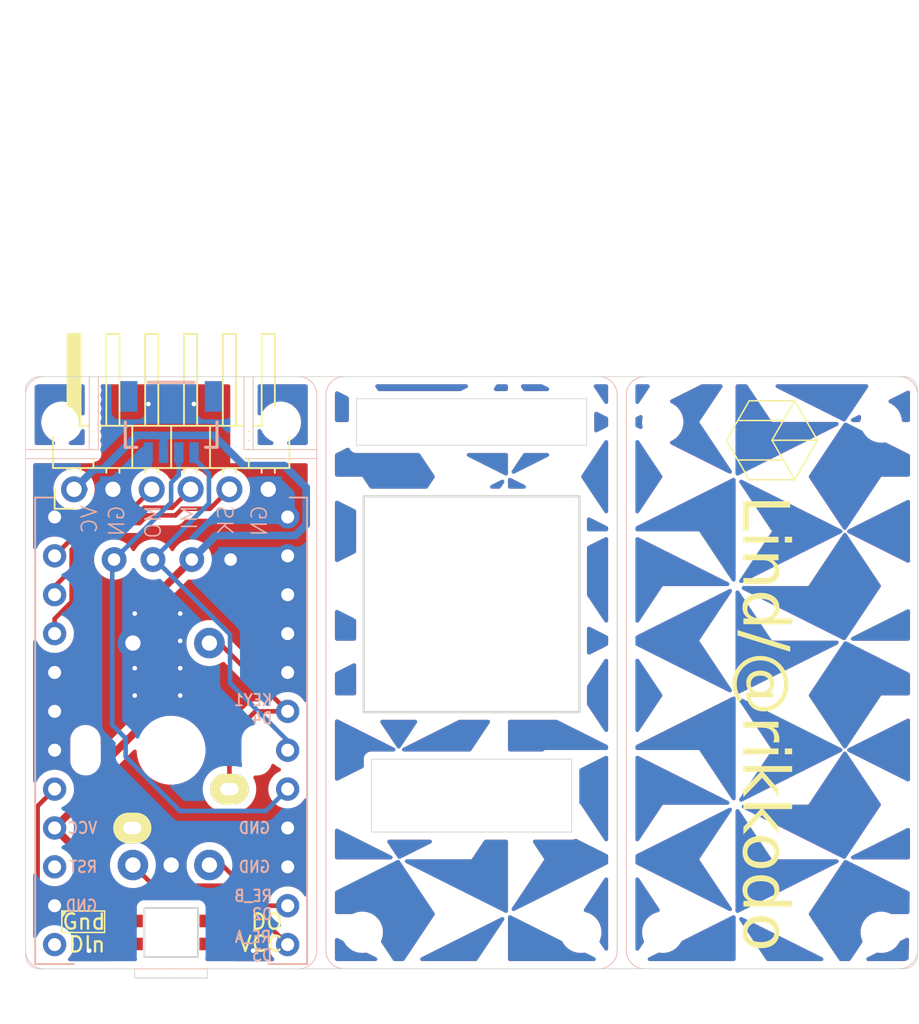
<source format=kicad_pcb>
(kicad_pcb (version 20241229) (generator "pcbnew") (generator_version "9.0")
  (layers (0 "F.Cu" signal) (2 "B.Cu" signal) (13 "F.Paste" user) (15 "B.Paste" user) (5 "F.SilkS" user "F.Silkscreen") (7 "B.SilkS" user "B.Silkscreen") (1 "F.Mask" user) (3 "B.Mask" user) (25 "Edge.Cuts" user))
  (net 0 "")
  (net 1 "SCL")
  (net 2 "SDA")
  (net 3 "LED")
  (net 4 "GND")
  (net 5 "VCC")
  (net 6 "KEY1")
  (net 11 "SCLK")
  (net 12 "MISO")
  (net 13 "MOSI")
  (net 14 "RE_B")
  (net 15 "RE_A")
  (footprint "Rikkodo_FootPrint:rkd_cutdot_no_edgecut_1" (layer "F.Cu") (at 78.283884 58.340576 -90)
    (property "Reference" "REF**" (hide yes))
    (property "Value" "rkd_cutdot_no_edgecut_1" (hide yes))
  )
  (footprint "Connector_PinHeader_2.54mm:PinHeader_1x06_P2.54mm_Horizontal" (layer "F.Cu") (at 76.99375 61.535 90)
    (property "Reference" "J1" (hide yes))
    (property "Value" "Conn_01x06")
  )
  (footprint "kbd_Hole:m2_Screw_Hole" (layer "F.Cu") (at 95.845134 90.476307 180)
    (property "Reference" "Ref**")
    (property "Value" "Val**")
  )
  (footprint "Rikkodo_FootPrint:rkd_cutdot_no_edgecut_1" (layer "F.Cu") (at 74.414 59.233544 180)
    (property "Reference" "REF**" (hide yes))
    (property "Value" "rkd_cutdot_no_edgecut_1" (hide yes))
  )
  (footprint "Rikkodo_FootPrint:rkd_cutdot_no_edgecut_1" (layer "F.Cu") (at 88.403832 55.959328 -90)
    (property "Reference" "REF**" (hide yes))
    (property "Value" "rkd_cutdot_no_edgecut_1" (hide yes))
  )
  (footprint "BrownSugar_KBD:OLED_center_display" (layer "F.Cu") (at 83.423125 47.625)
    (property "Reference" "OL1")
    (property "Value" "OLED")
  )
  (footprint "kbd_Hole:m2_Screw_Hole" (layer "F.Cu") (at 129.778064 90.476307 180)
    (property "Reference" "Ref**")
    (property "Value" "Val**")
  )
  (footprint "Rikkodo_FootPrint:rkd_KeyHall_3ox15" (layer "F.Cu") (at 102.988884 57.138807)
    (property "Reference" "LED3" (hide yes))
    (property "Value" "LED_SK6812MINI-E" (hide yes))
    (fp_line (start -7.525 1.525) (end -7.525 -1.525) (stroke (width 0.05)) (layer "Edge.Cuts"))
    (fp_line (start 7.525 -1.525) (end -7.525 -1.525) (stroke (width 0.05)) (layer "Edge.Cuts"))
    (fp_line (start 7.525 -1.525) (end 7.525 1.525) (stroke (width 0.05)) (layer "Edge.Cuts"))
    (fp_line (start 7.525 1.525) (end -7.525 1.525) (stroke (width 0.05)) (layer "Edge.Cuts"))
  )
  (footprint "kbd_Hole:m2_Screw_Hole" (layer "F.Cu") (at 129.778076 57.1386 180)
    (property "Reference" "Ref**")
    (property "Value" "Val**")
  )
  (footprint "Rikkodo_FootPrint:rkd_cutdot_no_edgecut_1" (layer "F.Cu") (at 92.273718 59.233544 180)
    (property "Reference" "REF**" (hide yes))
    (property "Value" "rkd_cutdot_no_edgecut_1" (hide yes))
  )
  (footprint "Rikkodo_FootPrint:rkd_cutdot_no_edgecut_1" (layer "F.Cu") (at 88.403832 54.768704 -90)
    (property "Reference" "REF**" (hide yes))
    (property "Value" "rkd_cutdot_no_edgecut_1" (hide yes))
  )
  (footprint "Rikkodo_FootPrint:rkd_cutdot_no_edgecut_1" (layer "F.Cu") (at 78.283884 57.149952 -90)
    (property "Reference" "REF**" (hide yes))
    (property "Value" "rkd_cutdot_no_edgecut_1" (hide yes))
  )
  (footprint "Rikkodo_FootPrint:rkd_cutdot_no_edgecut_1" (layer "F.Cu") (at 89.89247 59.233544 180)
    (property "Reference" "REF**" (hide yes))
    (property "Value" "rkd_cutdot_no_edgecut_1" (hide yes))
  )
  (footprint "BrownSugar_KBD:RotaryEncoder_EC11-Switch" (layer "F.Cu") (at 83.34375 78.58125)
    (property "Reference" "SW1" (hide yes))
    (property "Value" "RotaryEncoder_Switch")
  )
  (footprint "Rikkodo_FootPrint:rkd_cutdot_no_edgecut_1" (layer "F.Cu") (at 76.795248 59.233544 180)
    (property "Reference" "REF**" (hide yes))
    (property "Value" "rkd_cutdot_no_edgecut_1" (hide yes))
  )
  (footprint "kbd_Hole:m2_Screw_Hole" (layer "F.Cu") (at 76.199936 57.149952 90)
    (property "Reference" "Ref**")
    (property "Value" "Val**")
  )
  (footprint "Rikkodo_FootPrint:rkd_LOGO" (layer "F.Cu") (at 122.63418 58.329441 -90)
    (property "Reference" "REF**" (hide yes))
    (property "Value" "rkd_LOGO" (hide yes))
  )
  (footprint "kbd_Hole:m2_Screw_Hole" (layer "F.Cu") (at 90.4875 57.15 90)
    (property "Reference" "Ref**")
    (property "Value" "Val**" (hide yes))
  )
  (footprint "kbd_SW:CherryMX_Solder_1u" (layer "F.Cu") (at 83.34375 78.58125 180)
    (property "Reference" "SW2" (hide yes))
    (property "Value" "SW_Push" (hide yes))
  )
  (footprint "Rikkodo_FootPrint:rkd_cutdot_no_edgecut_1" (layer "F.Cu") (at 78.283884 55.959328 -90)
    (property "Reference" "REF**" (hide yes))
    (property "Value" "rkd_cutdot_no_edgecut_1" (hide yes))
  )
  (footprint "Rikkodo_FootPrint:rkd_cutdot_no_edgecut_1" (layer "F.Cu") (at 78.283884 54.768704 -90)
    (property "Reference" "REF**" (hide yes))
    (property "Value" "rkd_cutdot_no_edgecut_1" (hide yes))
  )
  (footprint "Rikkodo_FootPrint:rkd_cutdot_no_edgecut_1" (layer "F.Cu") (at 77.985872 59.233544 180)
    (property "Reference" "REF**" (hide yes))
    (property "Value" "rkd_cutdot_no_edgecut_1" (hide yes))
  )
  (footprint "Rikkodo_FootPrint:rkd_cutdot_no_edgecut_4" (layer "F.Cu") (at 83.343909 93.165617)
    (property "Reference" "REF**" (hide yes))
    (property "Value" "rkd_cutdot_no_edgecut_4" (hide yes))
  )
  (footprint "kbd_Hole:m2_Screw_Hole" (layer "F.Cu") (at 115.490564 90.476307 180)
    (property "Reference" "Ref**")
    (property "Value" "Val**")
  )
  (footprint "Rikkodo_FootPrint:rkd_cutdot_no_edgecut_1" (layer "F.Cu") (at 75.604624 59.233544 180)
    (property "Reference" "REF**" (hide yes))
    (property "Value" "rkd_cutdot_no_edgecut_1" (hide yes))
  )
  (footprint "kbd_Hole:m2_Screw_Hole" (layer "F.Cu") (at 115.490576 57.1386 180)
    (property "Reference" "Ref**")
    (property "Value" "Val**")
  )
  (footprint "kbd_SW_Hole:SW_Hole_1u" (layer "F.Cu") (at 102.988991 69.04486 90)
    (property "Reference" "SW99" (hide yes))
    (property "Value" "KEY_SWITCH" (hide yes))
    (fp_line (start 7.05 -7.05) (end 7.05 7.05) (stroke (width 0.15)) (layer "Edge.Cuts"))
    (fp_line (start -7.05 -7.05) (end 7.05 -7.05) (stroke (width 0.15)) (layer "Edge.Cuts"))
    (fp_line (start 7.05 7.05) (end -7.05 7.05) (stroke (width 0.15)) (layer "Edge.Cuts"))
    (fp_line (start -7.05 7.05) (end -7.05 -7.05) (stroke (width 0.15)) (layer "Edge.Cuts"))
  )
  (footprint "kbd_Hole:m2_Screw_Hole" (layer "F.Cu") (at 110.132634 90.476307 180)
    (property "Reference" "Ref**")
    (property "Value" "Val**")
  )
  (footprint "Rikkodo_FootPrint:rkd_cutdot_no_edgecut_1" (layer "F.Cu") (at 88.701846 59.233544 180)
    (property "Reference" "REF**" (hide yes))
    (property "Value" "rkd_cutdot_no_edgecut_1" (hide yes))
  )
  (footprint "Rikkodo_FootPrint:rkd_cutdot_no_edgecut_1" (layer "F.Cu") (at 88.403832 58.340576 -90)
    (property "Reference" "REF**" (hide yes))
    (property "Value" "rkd_cutdot_no_edgecut_1" (hide yes))
  )
  (footprint "Rikkodo_FootPrint:rkd_cutdot_no_edgecut_1" (layer "F.Cu") (at 91.083094 59.233544 180)
    (property "Reference" "REF**" (hide yes))
    (property "Value" "rkd_cutdot_no_edgecut_1" (hide yes))
  )
  (footprint "Rikkodo_FootPrint:rkd_cutdot_no_edgecut_1" (layer "F.Cu") (at 88.403832 57.149952 -90)
    (property "Reference" "REF**" (hide yes))
    (property "Value" "rkd_cutdot_no_edgecut_1" (hide yes))
  )
  (footprint "SparkFun-Connector:JST_SMD_1.0mm-4_Black" (layer "B.Cu") (at 83.34375 59.138952)
    (property "Reference" "J3")
    (property "Value" "Qwiic_RA")
  )
  (footprint "kbd_Parts:LED_SK6812MINI-E_UG" (layer "B.Cu") (at 83.34375 90.4875 180)
    (property "Reference" "LED1" (hide yes))
    (property "Value" "LED_SK6812MINI-E")
    (fp_line (start 1.75 1.6) (end 1.75 -1.6) (stroke (width 0.12)) (layer "Edge.Cuts"))
    (fp_line (start 1.75 -1.6) (end -1.75 -1.6) (stroke (width 0.12)) (layer "Edge.Cuts"))
    (fp_line (start -1.75 1.6) (end 1.75 1.6) (stroke (width 0.12)) (layer "Edge.Cuts"))
    (fp_line (start -1.75 -1.6) (end -1.75 1.6) (stroke (width 0.12)) (layer "Edge.Cuts"))
  )
  (footprint "BrownSugar_KBD:ProMicro_r" (layer "B.Cu") (at 83.34375 78.58125)
    (property "Reference" "U1" (hide yes))
    (property "Value" "ProMicro" (hide yes))
  )
  (gr_line (start 113.109192 55.364236) (end 113.109193 91.678268) (stroke (width 0.05)) (layer "B.SilkS"))
  (gr_arc (start 92.86875 91.678125) (mid 92.520017 92.520017) (end 91.678125 92.86875) (stroke (width 0.05)) (layer "B.SilkS"))
  (gr_arc (start 94.6546 92.857489) (mid 93.8163 92.512423) (end 93.463984 91.677148) (stroke (width 0.05)) (layer "B.SilkS"))
  (gr_arc (start 91.678048 54.173392) (mid 92.519945 54.52213) (end 92.868673 55.364017) (stroke (width 0.05)) (layer "B.SilkS"))
  (gr_arc (start 130.968639 54.173391) (mid 131.810546 54.522109) (end 132.159264 55.364016) (stroke (width 0.05)) (layer "B.SilkS"))
  (gr_arc (start 75.009375 92.86875) (mid 74.167468 92.520032) (end 73.81875 91.678125) (stroke (width 0.05)) (layer "B.SilkS"))
  (gr_arc (start 93.463984 55.364016) (mid 93.812702 54.522109) (end 94.654609 54.173391) (stroke (width 0.05)) (layer "B.SilkS"))
  (gr_arc (start 113.109192 55.364236) (mid 113.457966 54.52241) (end 114.299817 54.173611) (stroke (width 0.05)) (layer "B.SilkS"))
  (gr_arc (start 132.159327 91.666754) (mid 131.810609 92.508661) (end 130.968702 92.857379) (stroke (width 0.05)) (layer "B.SilkS"))
  (gr_arc (start 114.299938 92.857379) (mid 113.458038 92.508662) (end 113.109313 91.666754) (stroke (width 0.05)) (layer "B.SilkS"))
  (gr_arc (start 112.513998 91.666754) (mid 112.165265 92.508657) (end 111.323373 92.857379) (stroke (width 0.05)) (layer "B.SilkS"))
  (gr_line (start 112.513875 55.364016) (end 112.513876 91.678048) (stroke (width 0.05)) (layer "B.SilkS"))
  (gr_line (start 93.464033 55.3641) (end 93.464034 91.678132) (stroke (width 0.05)) (layer "B.SilkS"))
  (gr_line (start 92.868673 55.364017) (end 92.868674 91.678049) (stroke (width 0.05)) (layer "B.SilkS"))
  (gr_arc (start 111.323252 54.173611) (mid 112.165214 54.522295) (end 112.513877 55.364236) (stroke (width 0.05)) (layer "B.SilkS"))
  (gr_arc (start 73.818687 55.364017) (mid 74.167405 54.52211) (end 75.009312 54.173392) (stroke (width 0.05)) (layer "B.SilkS"))
  (gr_line (start 111.323373 92.857379) (end 114.2999 92.857379) (stroke (width 0.05)) (layer "Edge.Cuts"))
  (gr_line (start 96.4405 79.165271) (end 109.537375 79.165271) (stroke (width 0.05)) (layer "Edge.Cuts"))
  (gr_line (start 111.323252 54.173611) (end 94.654609 54.173391) (stroke (width 0.05)) (layer "Edge.Cuts"))
  (gr_line (start 114.293274 54.173392) (end 111.3234 54.173611) (stroke (width 0.05)) (layer "Edge.Cuts"))
  (gr_line (start 91.6781 92.86875) (end 85.724928 92.868637) (stroke (width 0.05)) (layer "Edge.Cuts"))
  (gr_line (start 85.724928 93.463984) (end 85.724928 92.868637) (stroke (width 0.05)) (layer "Edge.Cuts"))
  (gr_line (start 96.4405 83.927771) (end 96.4405 79.165271) (stroke (width 0.05)) (layer "Edge.Cuts"))
  (gr_line (start 80.962432 93.463984) (end 85.724928 93.463984) (stroke (width 0.05)) (layer "Edge.Cuts"))
  (gr_line (start 80.962432 92.868672) (end 80.962432 93.463984) (stroke (width 0.05)) (layer "Edge.Cuts"))
  (gr_line (start 109.537375 83.927771) (end 109.537375 79.165271) (stroke (width 0.05)) (layer "Edge.Cuts"))
  (gr_arc (start 73.818688 55.06636) (mid 74.080232 54.434936) (end 74.711656 54.173392) (stroke (width 0.05)) (layer "Edge.Cuts"))
  (gr_line (start 132.159326 91.9644) (end 132.159264 55.057536) (stroke (width 0.05)) (layer "Edge.Cuts"))
  (gr_line (start 91.678048 54.173393) (end 74.711656 54.173392) (stroke (width 0.05)) (layer "Edge.Cuts"))
  (gr_line (start 114.299938 92.857379) (end 131.266358 92.857379) (stroke (width 0.05)) (layer "Edge.Cuts"))
  (gr_arc (start 131.266296 54.173392) (mid 131.89772 54.434936) (end 132.159264 55.06636) (stroke (width 0.05)) (layer "Edge.Cuts"))
  (gr_line (start 91.678048 54.173393) (end 94.654608 54.173392) (stroke (width 0.05)) (layer "Edge.Cuts"))
  (gr_line (start 73.818688 55.06636) (end 73.818751 91.975802) (stroke (width 0.05)) (layer "Edge.Cuts"))
  (gr_line (start 91.6781 92.869914) (end 94.6546 92.857489) (stroke (width 0.05)) (layer "Edge.Cuts"))
  (gr_arc (start 132.159326 91.964411) (mid 131.897782 92.595835) (end 131.266358 92.857379) (stroke (width 0.05)) (layer "Edge.Cuts"))
  (gr_line (start 94.6545 92.857489) (end 111.323373 92.857297) (stroke (width 0.05)) (layer "Edge.Cuts"))
  (gr_arc (start 74.711718 92.868749) (mid 74.080294 92.607205) (end 73.81875 91.975781) (stroke (width 0.05)) (layer "Edge.Cuts"))
  (gr_line (start 96.4405 83.927771) (end 109.537375 83.927771) (stroke (width 0.05)) (layer "Edge.Cuts"))
  (gr_line (start 80.962432 92.868672) (end 74.711718 92.868749) (stroke (width 0.05)) (layer "Edge.Cuts"))
  (gr_line (start 114.293274 54.173392) (end 131.266296 54.173615) (stroke (width 0.05)) (layer "Edge.Cuts"))
  (gr_text "Lind/@rikkodo" (at 120.25293 61.901316 270) (layer "F.SilkS") (effects (font (size 3 3) (thickness 0.1)) (justify left bottom)))
  (gr_text "D2\n" (at 89.29665 89.2968 0) (layer "B.SilkS") (effects (font (size 0.75 0.67) (thickness 0.125)) (justify mirror)))
  (gr_text "GN" (at 80.367255 62.507865 90) (layer "B.SilkS") (effects (font (size 1 1) (thickness 0.1)) (justify left bottom mirror)))
  (gr_text "GN" (at 89.69375 62.507865 90) (layer "B.SilkS") (effects (font (size 1 1) (thickness 0.1)) (justify left bottom mirror)))
  (gr_text "KEY1" (at 88.701637 75.306968 0) (layer "B.SilkS") (effects (font (size 0.75 0.67) (thickness 0.125)) (justify mirror)))
  (gr_text "RE_B\n\n" (at 88.701488 88.701488 0) (layer "B.SilkS") (effects (font (size 0.75 0.67) (thickness 0.125)) (justify mirror)))
  (gr_text "MO" (at 82.748507 62.507865 90) (layer "B.SilkS") (effects (font (size 1 1) (thickness 0.1)) (justify left bottom mirror)))
  (gr_text "RE_A" (at 88.701638 90.78508 0) (layer "B.SilkS") (effects (font (size 0.75 0.67) (thickness 0.125)) (justify mirror)))
  (gr_text "D4" (at 89.2968 76.497592 0) (layer "B.SilkS") (effects (font (size 0.75 0.67) (thickness 0.125)) (justify mirror)))
  (gr_text "D3" (at 89.29695 91.975706 0) (layer "B.SilkS") (effects (font (size 0.75 0.67) (thickness 0.125)) (justify mirror)))
  (gr_text "VC" (at 78.581316 62.507865 90) (layer "B.SilkS") (effects (font (size 1 1) (thickness 0.1)) (justify left bottom mirror)))
  (gr_text "SK" (at 87.511011 62.507865 90) (layer "B.SilkS") (effects (font (size 1 1) (thickness 0.1)) (justify left bottom mirror)))
  (gr_text "MI" (at 85.129759 62.507865 90) (layer "B.SilkS") (effects (font (size 1 1) (thickness 0.1)) (justify left bottom mirror)))
  (segment (start 82.298103 66.125) (end 87.19475 71.021647) (width 0.3) (layer "B.Cu") (net 1))
  (segment (start 82.153125 66.125) (end 82.298103 66.125) (width 0.3) (layer "B.Cu") (net 1))
  (segment (start 84.84375 59.53125) (end 85.81475 60.50225) (width 0.3) (layer "B.Cu") (net 1))
  (segment (start 85.81475 60.50225) (end 85.81475 62.463375) (width 0.3) (layer "B.Cu") (net 1))
  (segment (start 87.19475 74.200937) (end 87.19475 71.021647) (width 0.3) (layer "B.Cu") (net 1))
  (segment (start 85.81475 62.463375) (end 82.153125 66.125) (width 0.3) (layer "B.Cu") (net 1))
  (segment (start 87.19475 74.200937) (end 90.96375 77.969937) (width 0.3) (layer "B.Cu") (net 1))
  (segment (start 90.96375 77.969937) (end 90.96375 78.58125) (width 0.3) (layer "B.Cu") (net 1))
  (segment (start 83.34382 62.394305) (end 79.613125 66.125) (width 0.3) (layer "B.Cu") (net 2))
  (segment (start 83.34382 61.106459) (end 83.34382 62.394305) (width 0.3) (layer "B.Cu") (net 2))
  (segment (start 83.84375 60.606529) (end 83.34382 61.106459) (width 0.3) (layer "B.Cu") (net 2))
  (segment (start 83.915223 82.54825) (end 89.53675 82.54825) (width 0.3) (layer "B.Cu") (net 2))
  (segment (start 80.367255 79.000282) (end 83.915223 82.54825) (width 0.3) (layer "B.Cu") (net 2))
  (segment (start 79.49275 76.928284) (end 80.367255 77.802789) (width 0.3) (layer "B.Cu") (net 2))
  (segment (start 79.49275 66.245375) (end 79.49275 76.928284) (width 0.3) (layer "B.Cu") (net 2))
  (segment (start 83.84375 59.53125) (end 83.84375 60.606529) (width 0.3) (layer "B.Cu") (net 2))
  (segment (start 80.367255 77.802789) (end 80.367255 79.000282) (width 0.3) (layer "B.Cu") (net 2))
  (segment (start 89.53675 82.54825) (end 90.96375 81.12125) (width 0.3) (layer "B.Cu") (net 2))
  (segment (start 79.613125 66.125) (end 79.49275 66.245375) (width 0.3) (layer "B.Cu") (net 2))
  (segment (start 74.61075 89.20227) (end 75.26273 89.85425) (width 0.3) (layer "F.Cu") (net 3))
  (segment (start 75.26273 89.85425) (end 77.948 89.85425) (width 0.3) (layer "F.Cu") (net 3))
  (segment (start 75.72375 81.12125) (end 74.61075 82.23425) (width 0.3) (layer "F.Cu") (net 3))
  (segment (start 79.33125 91.2375) (end 80.74375 91.2375) (width 0.3) (layer "F.Cu") (net 3))
  (segment (start 74.61075 82.23425) (end 74.61075 89.20227) (width 0.3) (layer "F.Cu") (net 3))
  (segment (start 77.948 89.85425) (end 79.33125 91.2375) (width 0.3) (layer "F.Cu") (net 3))
  (via (at 88.701637 91.678202) (size 0.6) (drill 0.3) (layers "F.Cu" "B.Cu") (net 4))
  (via (at 80.962568 69.651621) (size 0.6) (drill 0.3) (layers "F.Cu" "B.Cu") (net 4))
  (via (at 83.938992 73.223376) (size 0.6) (drill 0.3) (layers "F.Cu" "B.Cu") (net 4))
  (via (at 83.938992 71.43744) (size 0.6) (drill 0.3) (layers "F.Cu" "B.Cu") (net 4))
  (via (at 81.8554 55.959328) (size 0.6) (drill 0.3) (layers "F.Cu" "B.Cu") (net 4))
  (via (at 80.962568 73.223499) (size 0.6) (drill 0.3) (layers "F.Cu" "B.Cu") (net 4))
  (via (at 84.83196 55.959328) (size 0.6) (drill 0.3) (layers "F.Cu" "B.Cu") (net 4))
  (via (at 80.962432 75.009312) (size 0.6) (drill 0.3) (layers "F.Cu" "B.Cu") (net 4))
  (via (at 77.986003 91.678125) (size 0.6) (drill 0.3) (layers "F.Cu" "B.Cu") (net 4))
  (via (at 83.939133 69.651621) (size 0.6) (drill 0.3) (layers "F.Cu" "B.Cu") (net 4))
  (via (at 83.939133 75.009438) (size 0.6) (drill 0.3) (layers "F.Cu" "B.Cu") (net 4))
  (segment (start 80.09575 88.03325) (end 86.865808 88.03325) (width 0.5) (layer "F.Cu") (net 5))
  (segment (start 87.35625 91.2375) (end 85.94375 91.2375) (width 0.5) (layer "F.Cu") (net 5))
  (segment (start 84.693125 66.125) (end 82.307802 68.510323) (width 0.5) (layer "F.Cu") (net 5))
  (segment (start 79.19475 79.193302) (end 79.19475 80.19025) (width 0.5) (layer "F.Cu") (net 5))
  (segment (start 88.10625 89.273692) (end 88.10625 90.4875) (width 0.5) (layer "F.Cu") (net 5))
  (segment (start 79.19475 80.19025) (end 75.72375 83.66125) (width 0.5) (layer "F.Cu") (net 5))
  (segment (start 75.72375 83.66125) (end 80.09575 88.03325) (width 0.5) (layer "F.Cu") (net 5))
  (segment (start 86.865808 88.03325) (end 88.10625 89.273692) (width 0.5) (layer "F.Cu") (net 5))
  (segment (start 88.10625 90.4875) (end 87.35625 91.2375) (width 0.5) (layer "F.Cu") (net 5))
  (segment (start 82.307802 76.08025) (end 79.19475 79.193302) (width 0.5) (layer "F.Cu") (net 5))
  (segment (start 82.307802 68.510323) (end 82.307802 76.08025) (width 0.5) (layer "F.Cu") (net 5))
  (segment (start 84.693125 66.125) (end 86.263875 64.55425) (width 0.5) (layer "B.Cu") (net 5))
  (segment (start 82.84375 59.138952) (end 82.84375 58.261952) (width 0.5) (layer "B.Cu") (net 5))
  (segment (start 78.29475 60.234) (end 78.871702 60.234) (width 0.5) (layer "B.Cu") (net 5))
  (segment (start 78.871702 60.234) (end 81.09275 58.012952) (width 0.5) (layer "B.Cu") (net 5))
  (segment (start 77.639574 61.535) (end 76.99375 61.535) (width 0.5) (layer "B.Cu") (net 5))
  (segment (start 81.09275 58.012952) (end 82.59475 58.012952) (width 0.5) (layer "B.Cu") (net 5))
  (segment (start 76.99375 61.535) (end 78.29475 60.234) (width 0.5) (layer "B.Cu") (net 5))
  (segment (start 83.09275 58.012952) (end 86.12211 58.012952) (width 0.5) (layer "B.Cu") (net 5))
  (segment (start 88.093346 59.984188) (end 90.744938 59.984188) (width 0.5) (layer "B.Cu") (net 5))
  (segment (start 82.84375 58.261952) (end 83.09275 58.012952) (width 0.5) (layer "B.Cu") (net 5))
  (segment (start 82.84375 59.53125) (end 82.84375 58.65425) (width 0.5) (layer "B.Cu") (net 5))
  (segment (start 86.12211 58.012952) (end 88.093346 59.984188) (width 0.5) (layer "B.Cu") (net 5))
  (segment (start 86.263875 64.55425) (end 91.466192 64.55425) (width 0.5) (layer "B.Cu") (net 5))
  (segment (start 91.466192 64.55425) (end 92.17675 63.843692) (width 0.5) (layer "B.Cu") (net 5))
  (segment (start 92.17675 63.843692) (end 92.17675 61.416) (width 0.5) (layer "B.Cu") (net 5))
  (segment (start 82.59475 58.012952) (end 82.84375 58.261952) (width 0.5) (layer "B.Cu") (net 5))
  (segment (start 81.09275 58.012952) (end 86.12211 58.012952) (width 0.5) (layer "B.Cu") (net 5))
  (segment (start 92.17675 61.416) (end 90.744938 59.984188) (width 0.5) (layer "B.Cu") (net 5))
  (segment (start 90.96375 76.04125) (end 86.50375 71.58125) (width 0.3) (layer "F.Cu") (net 6))
  (segment (start 87.15375 81.12125) (end 87.15375 77.739937) (width 0.3) (layer "F.Cu") (net 6))
  (segment (start 86.50375 71.58125) (end 85.84375 71.58125) (width 0.3) (layer "F.Cu") (net 6))
  (segment (start 87.15375 77.739937) (end 88.852437 76.04125) (width 0.3) (layer "F.Cu") (net 6))
  (segment (start 88.852437 76.04125) (end 90.96375 76.04125) (width 0.3) (layer "F.Cu") (net 6))
  (segment (start 81.788792 63.237) (end 83.620271 63.237) (width 0.3) (layer "F.Cu") (net 11))
  (segment (start 75.72375 69.99527) (end 76.83675 68.88227) (width 0.3) (layer "F.Cu") (net 11))
  (segment (start 77.33775 66.975025) (end 77.33775 65.68429) (width 0.3) (layer "F.Cu") (net 11))
  (segment (start 75.72375 70.96125) (end 75.72375 69.99527) (width 0.3) (layer "F.Cu") (net 11))
  (segment (start 83.620271 63.237) (end 84.051854 62.805416) (width 0.3) (layer "F.Cu") (net 11))
  (segment (start 84.051854 62.805416) (end 85.883334 62.805416) (width 0.3) (layer "F.Cu") (net 11))
  (segment (start 81.287791 63.738) (end 81.788792 63.237) (width 0.3) (layer "F.Cu") (net 11))
  (segment (start 76.83675 67.476025) (end 77.33775 66.975025) (width 0.3) (layer "F.Cu") (net 11))
  (segment (start 76.83675 68.88227) (end 76.83675 67.476025) (width 0.3) (layer "F.Cu") (net 11))
  (segment (start 85.883334 62.805416) (end 87.15375 61.535) (width 0.3) (layer "F.Cu") (net 11))
  (segment (start 79.28404 63.738) (end 81.287791 63.738) (width 0.3) (layer "F.Cu") (net 11))
  (segment (start 77.33775 65.68429) (end 79.28404 63.738) (width 0.3) (layer "F.Cu") (net 11))
  (segment (start 76.83675 66.767505) (end 76.83675 65.47677) (width 0.3) (layer "F.Cu") (net 12))
  (segment (start 76.83675 65.47677) (end 79.07652 63.237) (width 0.3) (layer "F.Cu") (net 12))
  (segment (start 75.72375 68.42125) (end 75.72375 67.880505) (width 0.3) (layer "F.Cu") (net 12))
  (segment (start 79.07652 63.237) (end 81.08027 63.237) (width 0.3) (layer "F.Cu") (net 12))
  (segment (start 81.08027 63.237) (end 81.581271 62.736) (width 0.3) (layer "F.Cu") (net 12))
  (segment (start 81.581271 62.736) (end 83.41275 62.736) (width 0.3) (layer "F.Cu") (net 12))
  (segment (start 75.72375 67.880505) (end 76.83675 66.767505) (width 0.3) (layer "F.Cu") (net 12))
  (segment (start 83.41275 62.736) (end 84.61375 61.535) (width 0.3) (layer "F.Cu") (net 12))
  (segment (start 75.72375 65.88125) (end 78.869 62.736) (width 0.3) (layer "F.Cu") (net 13))
  (segment (start 80.87275 62.736) (end 82.07375 61.535) (width 0.3) (layer "F.Cu") (net 13))
  (segment (start 78.869 62.736) (end 80.87275 62.736) (width 0.3) (layer "F.Cu") (net 13))
  (segment (start 85.84375 86.08125) (end 86.676563 86.08125) (width 0.3) (layer "F.Cu") (net 14))
  (segment (start 86.676563 86.08125) (end 89.336563 88.74125) (width 0.3) (layer "F.Cu") (net 14))
  (segment (start 90.96375 88.582498) (end 90.96375 88.74125) (width 0.25) (layer "F.Cu") (net 14))
  (segment (start 89.336563 88.74125) (end 90.96375 88.74125) (width 0.3) (layer "F.Cu") (net 14))
  (segment (start 82.19475 87.43225) (end 80.84375 86.08125) (width 0.3) (layer "F.Cu") (net 15))
  (segment (start 87.11475 87.43225) (end 82.19475 87.43225) (width 0.3) (layer "F.Cu") (net 15))
  (segment (start 90.96375 91.28125) (end 87.11475 87.43225) (width 0.3) (layer "F.Cu") (net 15))
  (zone (net 0) (net_name "") (layers "F.Cu" "B.Cu") (name "deco") (connect_pads (clearance 0)) (min_thickness 0.25)
    (keepout (tracks allowed) (vias allowed) (pads allowed) (copperpour not_allowed) (footprints allowed))
    (fill (thermal_gap 0.5) (thermal_bridge_width 0.5))
    (polygon (pts (xy 120.253293 82.141926) (xy 122.634543 85.713801) (xy 127.397043 85.713801)))
  )
  (zone (net 0) (net_name "") (layers "F.Cu" "B.Cu") (name "deco") (connect_pads (clearance 0)) (min_thickness 0.25)
    (keepout (tracks allowed) (vias allowed) (pads allowed) (copperpour not_allowed) (footprints allowed))
    (fill (thermal_gap 0.5) (thermal_bridge_width 0.5))
    (polygon (pts (xy 105.370233 67.854256) (xy 107.751483 71.426131) (xy 105.370233 74.998006)))
  )
  (zone (net 0) (net_name "") (layers "F.Cu" "B.Cu") (name "deco") (connect_pads (clearance 0)) (min_thickness 0.25)
    (keepout (tracks allowed) (vias allowed) (pads allowed) (copperpour not_allowed) (footprints allowed))
    (fill (thermal_gap 0.5) (thermal_bridge_width 0.5))
    (polygon (pts (xy 120.253293 53.566926) (xy 122.634543 57.138801) (xy 127.397043 57.138801)))
  )
  (zone (net 0) (net_name "") (layers "F.Cu" "B.Cu") (name "deco") (connect_pads (clearance 0)) (min_thickness 0.25)
    (keepout (tracks allowed) (vias allowed) (pads allowed) (copperpour not_allowed) (footprints allowed))
    (fill (thermal_gap 0.5) (thermal_bridge_width 0.5))
    (polygon (pts (xy 105.370233 82.141756) (xy 107.751483 78.569881) (xy 112.513983 78.569881)))
  )
  (zone (net 0) (net_name "") (layers "F.Cu" "B.Cu") (name "deco") (connect_pads (clearance 0)) (min_thickness 0.25)
    (keepout (tracks allowed) (vias allowed) (pads allowed) (copperpour not_allowed) (footprints allowed))
    (fill (thermal_gap 0.5) (thermal_bridge_width 0.5))
    (polygon (pts (xy 110.132733 82.141756) (xy 112.513983 85.713631) (xy 105.370233 82.141756)))
  )
  (zone (net 0) (net_name "") (layers "F.Cu" "B.Cu") (name "deco") (connect_pads (clearance 0)) (min_thickness 0.25)
    (keepout (tracks allowed) (vias allowed) (pads allowed) (copperpour not_allowed) (footprints allowed))
    (fill (thermal_gap 0.5) (thermal_bridge_width 0.5))
    (polygon (pts (xy 93.464417 59.5195) (xy 93.464202 57.138424) (xy 98.226702 57.138424)))
  )
  (zone (net 0) (net_name "") (layers "F.Cu" "B.Cu") (name "deco") (connect_pads (clearance 0)) (min_thickness 0.25)
    (keepout (tracks allowed) (vias allowed) (pads allowed) (copperpour not_allowed) (footprints allowed))
    (fill (thermal_gap 0.5) (thermal_bridge_width 0.5))
    (polygon (pts (xy 120.253293 67.854426) (xy 122.634543 64.282551) (xy 120.253293 60.710676)))
  )
  (zone (net 0) (net_name "") (layers "F.Cu" "B.Cu") (name "deco") (connect_pads (clearance 0)) (min_thickness 0.25)
    (keepout (tracks allowed) (vias allowed) (pads allowed) (copperpour not_allowed) (footprints allowed))
    (fill (thermal_gap 0.5) (thermal_bridge_width 0.5))
    (polygon (pts (xy 132.159544 74.998175) (xy 129.778293 74.998175) (xy 127.397043 78.57005) (xy 132.159328 76.188628)))
  )
  (zone (net 0) (net_name "") (layers "F.Cu" "B.Cu") (name "deco") (connect_pads (clearance 0)) (min_thickness 0.25)
    (keepout (tracks allowed) (vias allowed) (pads allowed) (copperpour not_allowed) (footprints allowed))
    (fill (thermal_gap 0.5) (thermal_bridge_width 0.5))
    (polygon (pts (xy 100.607733 82.141756) (xy 98.226483 78.569881) (xy 105.370233 82.141756)))
  )
  (zone (net 0) (net_name "") (layers "F.Cu" "B.Cu") (name "deco") (connect_pads (clearance 0)) (min_thickness 0.25)
    (keepout (tracks allowed) (vias allowed) (pads allowed) (copperpour not_allowed) (footprints allowed))
    (fill (thermal_gap 0.5) (thermal_bridge_width 0.5))
    (polygon (pts (xy 120.253293 92.85738) (xy 122.634543 92.85755) (xy 120.253293 89.285675)))
  )
  (zone (net 0) (net_name "") (layers "F.Cu" "B.Cu") (name "deco") (connect_pads (clearance 0)) (min_thickness 0.25)
    (keepout (tracks allowed) (vias allowed) (pads allowed) (copperpour not_allowed) (footprints allowed))
    (fill (thermal_gap 0.5) (thermal_bridge_width 0.5))
    (polygon (pts (xy 132.159325 60.710469) (xy 129.778074 60.710469) (xy 127.396824 64.282344) (xy 132.159109 61.900922)))
  )
  (zone (net 0) (net_name "") (layers "F.Cu" "B.Cu") (name "deco") (connect_pads (clearance 0)) (min_thickness 0.25)
    (keepout (tracks allowed) (vias allowed) (pads allowed) (copperpour not_allowed) (footprints allowed))
    (fill (thermal_gap 0.5) (thermal_bridge_width 0.5))
    (polygon (pts (xy 120.253293 67.854426) (xy 117.872043 64.282551) (xy 113.109543 64.282551)))
  )
  (zone (net 0) (net_name "") (layers "F.Cu" "B.Cu") (name "deco") (connect_pads (clearance 0)) (min_thickness 0.25)
    (keepout (tracks allowed) (vias allowed) (pads allowed) (copperpour not_allowed) (footprints allowed))
    (fill (thermal_gap 0.5) (thermal_bridge_width 0.5))
    (polygon (pts (xy 98.226483 85.71363) (xy 95.845233 82.141755) (xy 98.226483 78.56988) (xy 93.464198 80.95095) (xy 93.464198 83.332202)))
  )
  (zone (net 0) (net_name "") (layers "F.Cu" "B.Cu") (name "deco") (connect_pads (clearance 0)) (min_thickness 0.25)
    (keepout (tracks allowed) (vias allowed) (pads allowed) (copperpour not_allowed) (footprints allowed))
    (fill (thermal_gap 0.5) (thermal_bridge_width 0.5))
    (polygon (pts (xy 98.226483 85.71363) (xy 100.607733 89.285505) (xy 98.226483 92.857379) (xy 105.370232 89.285505)))
  )
  (zone (net 0) (net_name "") (layers "F.Cu" "B.Cu") (name "deco") (connect_pads (clearance 0)) (min_thickness 0.25)
    (keepout (tracks allowed) (vias allowed) (pads allowed) (copperpour not_allowed) (footprints allowed))
    (fill (thermal_gap 0.5) (thermal_bridge_width 0.5))
    (polygon (pts (xy 98.226483 71.426131) (xy 100.607733 74.998006) (xy 98.226483 78.56988) (xy 105.370232 74.998006)))
  )
  (zone (net 0) (net_name "") (layers "F.Cu" "B.Cu") (name "deco") (connect_pads (clearance 0)) (min_thickness 0.25)
    (keepout (tracks allowed) (vias allowed) (pads allowed) (copperpour not_allowed) (footprints allowed))
    (fill (thermal_gap 0.5) (thermal_bridge_width 0.5))
    (polygon (pts (xy 125.015793 67.854426) (xy 127.397043 64.282551) (xy 120.253293 67.854426)))
  )
  (zone (net 0) (net_name "") (layers "F.Cu" "B.Cu") (name "deco") (connect_pads (clearance 0)) (min_thickness 0.25)
    (keepout (tracks allowed) (vias allowed) (pads allowed) (copperpour not_allowed) (footprints allowed))
    (fill (thermal_gap 0.5) (thermal_bridge_width 0.5))
    (polygon (pts (xy 105.370233 53.566756) (xy 102.988983 57.138631) (xy 98.226483 57.138631)))
  )
  (zone (net 0) (net_name "") (layers "F.Cu" "B.Cu") (name "deco") (connect_pads (clearance 0)) (min_thickness 0.25)
    (keepout (tracks allowed) (vias allowed) (pads allowed) (copperpour not_allowed) (footprints allowed))
    (fill (thermal_gap 0.5) (thermal_bridge_width 0.5))
    (polygon (pts (xy 120.253293 53.566926) (xy 117.872043 57.138801) (xy 120.253293 60.710676)))
  )
  (zone (net 0) (net_name "") (layers "F.Cu" "B.Cu") (name "deco") (connect_pads (clearance 0)) (min_thickness 0.25)
    (keepout (tracks allowed) (vias allowed) (pads allowed) (copperpour not_allowed) (footprints allowed))
    (fill (thermal_gap 0.5) (thermal_bridge_width 0.5))
    (polygon (pts (xy 127.397043 85.7138) (xy 129.778293 82.141925) (xy 127.397043 78.57005) (xy 132.159328 80.95112) (xy 132.159328 83.332372)))
  )
  (zone (net 0) (net_name "") (layers "F.Cu" "B.Cu") (name "deco") (connect_pads (clearance 0)) (min_thickness 0.25)
    (keepout (tracks allowed) (vias allowed) (pads allowed) (copperpour not_allowed) (footprints allowed))
    (fill (thermal_gap 0.5) (thermal_bridge_width 0.5))
    (polygon (pts (xy 105.370233 82.141756) (xy 102.988983 85.713631) (xy 98.226483 85.713631)))
  )
  (zone (net 0) (net_name "") (layers "F.Cu" "B.Cu") (name "deco") (connect_pads (clearance 0)) (min_thickness 0.25)
    (keepout (tracks allowed) (vias allowed) (pads allowed) (copperpour not_allowed) (footprints allowed))
    (fill (thermal_gap 0.5) (thermal_bridge_width 0.5))
    (polygon (pts (xy 132.159328 88.094876) (xy 132.159543 85.7138) (xy 127.397043 85.7138)))
  )
  (zone (net 0) (net_name "") (layers "F.Cu" "B.Cu") (name "deco") (connect_pads (clearance 0)) (min_thickness 0.25)
    (keepout (tracks allowed) (vias allowed) (pads allowed) (copperpour not_allowed) (footprints allowed))
    (fill (thermal_gap 0.5) (thermal_bridge_width 0.5))
    (polygon (pts (xy 115.490793 67.854426) (xy 113.109543 71.426301) (xy 120.253293 67.854426)))
  )
  (zone (net 4) (net_name "GND") (layers "F.Cu" "B.Cu") (connect_pads yes (clearance 0.5)) (min_thickness 0.25) (fill yes (thermal_gap 0.5) (thermal_bridge_width 0.5))
    (polygon (pts (xy 73.818532 59.828856) (xy 78.283372 59.828856) (xy 78.283372 54.173483) (xy 87.213052 54.173483) (xy 87.213052 59.828856) (xy 92.27336 59.828856) (xy 92.27336 92.868828) (xy 73.818532 92.868828)))
  )
  (zone (net 0) (net_name "") (layers "F.Cu" "B.Cu") (name "deco") (connect_pads (clearance 0)) (min_thickness 0.25)
    (keepout (tracks allowed) (vias allowed) (pads allowed) (copperpour not_allowed) (footprints allowed))
    (fill (thermal_gap 0.5) (thermal_bridge_width 0.5))
    (polygon (pts (xy 132.159328 73.807376) (xy 132.159543 71.4263) (xy 127.397043 71.4263)))
  )
  (zone (net 0) (net_name "") (layers "F.Cu" "B.Cu") (name "deco") (connect_pads (clearance 0)) (min_thickness 0.25)
    (keepout (tracks allowed) (vias allowed) (pads allowed) (copperpour not_allowed) (footprints allowed))
    (fill (thermal_gap 0.5) (thermal_bridge_width 0.5))
    (polygon (pts (xy 127.397043 71.426301) (xy 125.015793 74.998176) (xy 127.397043 78.57005) (xy 120.253294 74.998176)))
  )
  (zone (net 0) (net_name "") (layers "F.Cu" "B.Cu") (name "deco") (connect_pads (clearance 0)) (min_thickness 0.25)
    (keepout (tracks allowed) (vias allowed) (pads allowed) (copperpour not_allowed) (footprints allowed))
    (fill (thermal_gap 0.5) (thermal_bridge_width 0.5))
    (polygon (pts (xy 120.253293 67.854426) (xy 122.634543 71.426301) (xy 127.397043 71.426301)))
  )
  (zone (net 0) (net_name "") (layers "F.Cu" "B.Cu") (name "deco") (connect_pads (clearance 0)) (min_thickness 0.25)
    (keepout (tracks allowed) (vias allowed) (pads allowed) (copperpour not_allowed) (footprints allowed))
    (fill (thermal_gap 0.5) (thermal_bridge_width 0.5))
    (polygon (pts (xy 120.253293 82.141926) (xy 117.872043 85.713801) (xy 120.253293 89.285676)))
  )
  (zone (net 0) (net_name "") (layers "F.Cu" "B.Cu") (name "deco") (connect_pads (clearance 0)) (min_thickness 0.25)
    (keepout (tracks allowed) (vias allowed) (pads allowed) (copperpour not_allowed) (footprints allowed))
    (fill (thermal_gap 0.5) (thermal_bridge_width 0.5))
    (polygon (pts (xy 105.370233 67.854256) (xy 107.751483 64.282381) (xy 112.513983 64.282381)))
  )
  (zone (net 0) (net_name "") (layers "F.Cu" "B.Cu") (name "deco") (connect_pads (clearance 0)) (min_thickness 0.25)
    (keepout (tracks allowed) (vias allowed) (pads allowed) (copperpour not_allowed) (footprints allowed))
    (fill (thermal_gap 0.5) (thermal_bridge_width 0.5))
    (polygon (pts (xy 98.226483 57.138631) (xy 100.607733 60.710506) (xy 98.226483 64.28238) (xy 105.370232 60.710506)))
  )
  (zone (net 0) (net_name "") (layers "F.Cu" "B.Cu") (name "deco") (connect_pads (clearance 0)) (min_thickness 0.25)
    (keepout (tracks allowed) (vias allowed) (pads allowed) (copperpour not_allowed) (footprints allowed))
    (fill (thermal_gap 0.5) (thermal_bridge_width 0.5))
    (polygon (pts (xy 115.490793 53.566926) (xy 113.109543 57.138801) (xy 120.253293 53.566926)))
  )
  (zone (net 0) (net_name "") (layers "F.Cu" "B.Cu") (name "deco") (connect_pads (clearance 0)) (min_thickness 0.25)
    (keepout (tracks allowed) (vias allowed) (pads allowed) (copperpour not_allowed) (footprints allowed))
    (fill (thermal_gap 0.5) (thermal_bridge_width 0.5))
    (polygon (pts (xy 105.370233 92.85721) (xy 102.988983 92.85738) (xy 105.370233 89.285505)))
  )
  (zone (net 0) (net_name "") (layers "F.Cu" "B.Cu") (name "deco") (connect_pads (clearance 0)) (min_thickness 0.25)
    (keepout (tracks allowed) (vias allowed) (pads allowed) (copperpour not_allowed) (footprints allowed))
    (fill (thermal_gap 0.5) (thermal_bridge_width 0.5))
    (polygon (pts (xy 105.370233 53.566756) (xy 107.751483 57.138631) (xy 105.370233 60.710506)))
  )
  (zone (net 0) (net_name "") (layers "F.Cu" "B.Cu") (name "deco") (connect_pads (clearance 0)) (min_thickness 0.25)
    (keepout (tracks allowed) (vias allowed) (pads allowed) (copperpour not_allowed) (footprints allowed))
    (fill (thermal_gap 0.5) (thermal_bridge_width 0.5))
    (polygon (pts (xy 105.370233 82.141756) (xy 107.751483 85.713631) (xy 105.370233 89.285506)))
  )
  (zone (net 0) (net_name "") (layers "F.Cu" "B.Cu") (name "deco") (connect_pads (clearance 0)) (min_thickness 0.25)
    (keepout (tracks allowed) (vias allowed) (pads allowed) (copperpour not_allowed) (footprints allowed))
    (fill (thermal_gap 0.5) (thermal_bridge_width 0.5))
    (polygon (pts (xy 127.397043 85.7138) (xy 125.015793 89.285675) (xy 127.397043 92.857549) (xy 120.253294 89.285675)))
  )
  (zone (net 0) (net_name "") (layers "F.Cu" "B.Cu") (name "deco") (connect_pads (clearance 0)) (min_thickness 0.25)
    (keepout (tracks allowed) (vias allowed) (pads allowed) (copperpour not_allowed) (footprints allowed))
    (fill (thermal_gap 0.5) (thermal_bridge_width 0.5))
    (polygon (pts (xy 105.370233 82.141756) (xy 102.988983 78.569881) (xy 105.370233 74.998006)))
  )
  (zone (net 0) (net_name "") (layers "F.Cu" "B.Cu") (name "deco") (connect_pads (clearance 0)) (min_thickness 0.25)
    (keepout (tracks allowed) (vias allowed) (pads allowed) (copperpour not_allowed) (footprints allowed))
    (fill (thermal_gap 0.5) (thermal_bridge_width 0.5))
    (polygon (pts (xy 110.132733 67.854256) (xy 112.513983 71.426131) (xy 105.370233 67.854256)))
  )
  (zone (net 0) (net_name "") (layers "F.Cu" "B.Cu") (priority 1) (connect_pads yes (clearance 0.5)) (min_thickness 0.25) (fill yes (thermal_gap 0.5) (thermal_bridge_width 0.5) (island_removal_mode 1) (island_area_min 10))
    (polygon (pts (xy 113.704592 92.868672) (xy 131.563952 92.868672) (xy 132.159327 54.173392) (xy 113.704592 54.173392)))
  )
  (zone (net 0) (net_name "") (layers "F.Cu" "B.Cu") (name "deco") (connect_pads (clearance 0)) (min_thickness 0.25)
    (keepout (tracks allowed) (vias allowed) (pads allowed) (copperpour not_allowed) (footprints allowed))
    (fill (thermal_gap 0.5) (thermal_bridge_width 0.5))
    (polygon (pts (xy 113.109543 92.85755) (xy 115.490793 89.285675) (xy 113.109543 85.7138) (xy 120.253293 89.285675)))
  )
  (zone (net 0) (net_name "") (layers "F.Cu" "B.Cu") (name "deco") (connect_pads (clearance 0)) (min_thickness 0.25)
    (keepout (tracks allowed) (vias allowed) (pads allowed) (copperpour not_allowed) (footprints allowed))
    (fill (thermal_gap 0.5) (thermal_bridge_width 0.5))
    (polygon (pts (xy 100.607733 67.854256) (xy 98.226483 64.282381) (xy 105.370233 67.854256)))
  )
  (zone (net 0) (net_name "") (layers "F.Cu" "B.Cu") (name "deco") (connect_pads (clearance 0)) (min_thickness 0.25)
    (keepout (tracks allowed) (vias allowed) (pads allowed) (copperpour not_allowed) (footprints allowed))
    (fill (thermal_gap 0.5) (thermal_bridge_width 0.5))
    (polygon (pts (xy 112.513983 78.569881) (xy 110.132733 74.998006) (xy 112.513983 71.426131) (xy 105.370233 74.998006)))
  )
  (zone (net 0) (net_name "") (layers "F.Cu" "B.Cu") (name "deco") (connect_pads (clearance 0)) (min_thickness 0.25)
    (keepout (tracks allowed) (vias allowed) (pads allowed) (copperpour not_allowed) (footprints allowed))
    (fill (thermal_gap 0.5) (thermal_bridge_width 0.5))
    (polygon (pts (xy 105.370233 67.854256) (xy 102.988983 64.282381) (xy 105.370233 60.710506)))
  )
  (zone (net 0) (net_name "") (layers "F.Cu" "B.Cu") (name "deco") (connect_pads (clearance 0)) (min_thickness 0.25)
    (keepout (tracks allowed) (vias allowed) (pads allowed) (copperpour not_allowed) (footprints allowed))
    (fill (thermal_gap 0.5) (thermal_bridge_width 0.5))
    (polygon (pts (xy 120.253293 67.854426) (xy 117.872043 71.426301) (xy 120.253293 74.998176)))
  )
  (zone (net 0) (net_name "") (layers "F.Cu" "B.Cu") (name "deco") (connect_pads (clearance 0)) (min_thickness 0.25)
    (keepout (tracks allowed) (vias allowed) (pads allowed) (copperpour not_allowed) (footprints allowed))
    (fill (thermal_gap 0.5) (thermal_bridge_width 0.5))
    (polygon (pts (xy 98.226483 71.42613) (xy 95.845233 67.854255) (xy 98.226483 64.28238) (xy 93.464198 66.66345) (xy 93.464198 69.044702)))
  )
  (zone (net 0) (net_name "") (layers "F.Cu" "B.Cu") (priority 1) (connect_pads yes (clearance 0.5)) (min_thickness 0.25) (fill yes (thermal_gap 0.5) (thermal_bridge_width 0.5) (island_removal_mode 1) (island_area_min 10))
    (polygon (pts (xy 94.059296 92.868672) (xy 111.918308 92.868672) (xy 111.918656 54.173392) (xy 94.059296 54.173392)))
  )
  (zone (net 0) (net_name "") (layers "F.Cu" "B.Cu") (name "deco") (connect_pads (clearance 0)) (min_thickness 0.25)
    (keepout (tracks allowed) (vias allowed) (pads allowed) (copperpour not_allowed) (footprints allowed))
    (fill (thermal_gap 0.5) (thermal_bridge_width 0.5))
    (polygon (pts (xy 113.109543 64.282551) (xy 115.490793 60.710676) (xy 113.109543 57.138801) (xy 120.253293 60.710676)))
  )
  (zone (net 0) (net_name "") (layers "F.Cu" "B.Cu") (name "deco") (connect_pads (clearance 0)) (min_thickness 0.25)
    (keepout (tracks allowed) (vias allowed) (pads allowed) (copperpour not_allowed) (footprints allowed))
    (fill (thermal_gap 0.5) (thermal_bridge_width 0.5))
    (polygon (pts (xy 93.464198 88.094706) (xy 93.463983 85.71363) (xy 98.226483 85.71363)))
  )
  (zone (net 0) (net_name "") (layers "F.Cu" "B.Cu") (name "deco") (connect_pads (clearance 0)) (min_thickness 0.25)
    (keepout (tracks allowed) (vias allowed) (pads allowed) (copperpour not_allowed) (footprints allowed))
    (fill (thermal_gap 0.5) (thermal_bridge_width 0.5))
    (polygon (pts (xy 113.109543 78.570051) (xy 115.490793 74.998176) (xy 113.109543 71.426301) (xy 120.253293 74.998176)))
  )
  (zone (net 0) (net_name "") (layers "F.Cu" "B.Cu") (name "deco") (connect_pads (clearance 0)) (min_thickness 0.25)
    (keepout (tracks allowed) (vias allowed) (pads allowed) (copperpour not_allowed) (footprints allowed))
    (fill (thermal_gap 0.5) (thermal_bridge_width 0.5))
    (polygon (pts (xy 120.253293 82.141926) (xy 122.634543 78.570051) (xy 120.253293 74.998176)))
  )
  (zone (net 0) (net_name "") (layers "F.Cu" "B.Cu") (name "deco") (connect_pads (clearance 0)) (min_thickness 0.25)
    (keepout (tracks allowed) (vias allowed) (pads allowed) (copperpour not_allowed) (footprints allowed))
    (fill (thermal_gap 0.5) (thermal_bridge_width 0.5))
    (polygon (pts (xy 98.226702 57.138424) (xy 95.845452 53.566549) (xy 98.226702 49.994674) (xy 93.464417 52.375744) (xy 93.464417 54.756996)))
  )
  (zone (net 0) (net_name "") (layers "F.Cu" "B.Cu") (name "deco") (connect_pads (clearance 0)) (min_thickness 0.25)
    (keepout (tracks allowed) (vias allowed) (pads allowed) (copperpour not_allowed) (footprints allowed))
    (fill (thermal_gap 0.5) (thermal_bridge_width 0.5))
    (polygon (pts (xy 127.397043 71.4263) (xy 129.778293 67.854425) (xy 127.397043 64.28255) (xy 132.159328 66.66362) (xy 132.159328 69.044872)))
  )
  (zone (net 0) (net_name "") (layers "F.Cu" "B.Cu") (name "deco") (connect_pads (clearance 0)) (min_thickness 0.25)
    (keepout (tracks allowed) (vias allowed) (pads allowed) (copperpour not_allowed) (footprints allowed))
    (fill (thermal_gap 0.5) (thermal_bridge_width 0.5))
    (polygon (pts (xy 93.463982 89.285505) (xy 95.845233 89.285505) (xy 98.226483 92.85738) (xy 93.464198 90.475958)))
  )
  (zone (net 0) (net_name "") (layers "F.Cu" "B.Cu") (name "deco") (connect_pads (clearance 0)) (min_thickness 0.25)
    (keepout (tracks allowed) (vias allowed) (pads allowed) (copperpour not_allowed) (footprints allowed))
    (fill (thermal_gap 0.5) (thermal_bridge_width 0.5))
    (polygon (pts (xy 93.464198 73.807206) (xy 93.463983 71.42613) (xy 98.226483 71.42613)))
  )
  (zone (net 0) (net_name "") (layers "F.Cu" "B.Cu") (name "deco") (connect_pads (clearance 0)) (min_thickness 0.25)
    (keepout (tracks allowed) (vias allowed) (pads allowed) (copperpour not_allowed) (footprints allowed))
    (fill (thermal_gap 0.5) (thermal_bridge_width 0.5))
    (polygon (pts (xy 115.490793 82.141926) (xy 113.109543 85.713801) (xy 120.253293 82.141926)))
  )
  (zone (net 0) (net_name "") (layers "F.Cu" "B.Cu") (name "deco") (connect_pads (clearance 0)) (min_thickness 0.25)
    (keepout (tracks allowed) (vias allowed) (pads allowed) (copperpour not_allowed) (footprints allowed))
    (fill (thermal_gap 0.5) (thermal_bridge_width 0.5))
    (polygon (pts (xy 112.513983 92.85738) (xy 110.132733 89.285505) (xy 112.513983 85.71363) (xy 105.370233 89.285505)))
  )
  (zone (net 0) (net_name "") (layers "F.Cu" "B.Cu") (name "deco") (connect_pads (clearance 0)) (min_thickness 0.25)
    (keepout (tracks allowed) (vias allowed) (pads allowed) (copperpour not_allowed) (footprints allowed))
    (fill (thermal_gap 0.5) (thermal_bridge_width 0.5))
    (polygon (pts (xy 120.253293 82.141926) (xy 117.872043 78.570051) (xy 113.109543 78.570051)))
  )
  (zone (net 0) (net_name "") (layers "F.Cu" "B.Cu") (name "deco") (connect_pads (clearance 0)) (min_thickness 0.25)
    (keepout (tracks allowed) (vias allowed) (pads allowed) (copperpour not_allowed) (footprints allowed))
    (fill (thermal_gap 0.5) (thermal_bridge_width 0.5))
    (polygon (pts (xy 127.396824 57.138594) (xy 129.778074 53.566719) (xy 127.396824 49.994844) (xy 132.159109 52.375914) (xy 132.159109 54.757166)))
  )
  (zone (net 0) (net_name "") (layers "F.Cu" "B.Cu") (name "deco") (connect_pads (clearance 0)) (min_thickness 0.25)
    (keepout (tracks allowed) (vias allowed) (pads allowed) (copperpour not_allowed) (footprints allowed))
    (fill (thermal_gap 0.5) (thermal_bridge_width 0.5))
    (polygon (pts (xy 110.132733 53.566756) (xy 112.513983 57.138631) (xy 105.370233 53.566756)))
  )
  (zone (net 0) (net_name "") (layers "F.Cu" "B.Cu") (name "deco") (connect_pads (clearance 0)) (min_thickness 0.25)
    (keepout (tracks allowed) (vias allowed) (pads allowed) (copperpour not_allowed) (footprints allowed))
    (fill (thermal_gap 0.5) (thermal_bridge_width 0.5))
    (polygon (pts (xy 93.464201 60.710299) (xy 95.845452 60.710299) (xy 98.226702 64.282174) (xy 93.464417 61.900752)))
  )
  (zone (net 0) (net_name "") (layers "F.Cu" "B.Cu") (priority 2) (connect_pads (clearance 0.5)) (min_thickness 0.25) (fill yes (thermal_gap 0.5) (thermal_bridge_width 0.5) (island_removal_mode 1) (island_area_min 10))
    (polygon (pts (xy 88.999144 54.173392) (xy 92.27336 54.173392) (xy 92.27336 58.638232) (xy 88.999144 58.638232)))
  )
  (zone (net 0) (net_name "") (layers "F.Cu" "B.Cu") (name "deco") (connect_pads (clearance 0)) (min_thickness 0.25)
    (keepout (tracks allowed) (vias allowed) (pads allowed) (copperpour not_allowed) (footprints allowed))
    (fill (thermal_gap 0.5) (thermal_bridge_width 0.5))
    (polygon (pts (xy 112.513983 64.282381) (xy 110.132733 60.710506) (xy 112.513983 57.138631) (xy 105.370233 60.710506)))
  )
  (zone (net 0) (net_name "") (layers "F.Cu" "B.Cu") (priority 2) (connect_pads (clearance 0.5)) (min_thickness 0.25) (fill yes (thermal_gap 0.5) (thermal_bridge_width 0.5) (island_removal_mode 1) (island_area_min 10))
    (polygon (pts (xy 74.414 54.173483) (xy 77.688216 54.173483) (xy 77.688216 58.638323) (xy 74.414 58.638323)))
  )
  (zone (net 0) (net_name "") (layers "F.Cu" "B.Cu") (name "deco") (connect_pads (clearance 0)) (min_thickness 0.25)
    (keepout (tracks allowed) (vias allowed) (pads allowed) (copperpour not_allowed) (footprints allowed))
    (fill (thermal_gap 0.5) (thermal_bridge_width 0.5))
    (polygon (pts (xy 93.463982 74.998005) (xy 95.845233 74.998005) (xy 98.226483 78.56988) (xy 93.464198 76.188458)))
  )
  (zone (net 0) (net_name "") (layers "F.Cu" "B.Cu") (name "deco") (connect_pads (clearance 0)) (min_thickness 0.25)
    (keepout (tracks allowed) (vias allowed) (pads allowed) (copperpour not_allowed) (footprints allowed))
    (fill (thermal_gap 0.5) (thermal_bridge_width 0.5))
    (polygon (pts (xy 132.159544 89.285675) (xy 129.778293 89.285675) (xy 127.397043 92.85755) (xy 132.159328 90.476128)))
  )
  (zone (net 0) (net_name "") (layers "F.Cu" "B.Cu") (name "deco") (connect_pads (clearance 0)) (min_thickness 0.25)
    (keepout (tracks allowed) (vias allowed) (pads allowed) (copperpour not_allowed) (footprints allowed))
    (fill (thermal_gap 0.5) (thermal_bridge_width 0.5))
    (polygon (pts (xy 105.370233 67.854256) (xy 102.988983 71.426131) (xy 98.226483 71.426131)))
  )
  (zone (net 0) (net_name "") (layers "F.Cu" "B.Cu") (name "deco") (connect_pads (clearance 0)) (min_thickness 0.25)
    (keepout (tracks allowed) (vias allowed) (pads allowed) (copperpour not_allowed) (footprints allowed))
    (fill (thermal_gap 0.5) (thermal_bridge_width 0.5))
    (polygon (pts (xy 127.397043 57.138801) (xy 125.015793 60.710676) (xy 127.397043 64.28255) (xy 120.253294 60.710676)))
  )
  (zone (net 0) (net_name "") (layers "F.Cu" "B.Cu") (name "deco") (connect_pads (clearance 0)) (min_thickness 0.25)
    (keepout (tracks allowed) (vias allowed) (pads allowed) (copperpour not_allowed) (footprints allowed))
    (fill (thermal_gap 0.5) (thermal_bridge_width 0.5))
    (polygon (pts (xy 125.015793 82.141926) (xy 127.397043 78.570051) (xy 120.253293 82.141926)))
  )
  (zone (net 0) (net_name "") (layers "F.Cu" "B.Cu") (name "deco") (connect_pads (clearance 0)) (min_thickness 0.25)
    (keepout (tracks allowed) (vias allowed) (pads allowed) (copperpour not_allowed) (footprints allowed))
    (fill (thermal_gap 0.5) (thermal_bridge_width 0.5))
    (polygon (pts (xy 132.159109 59.51967) (xy 132.159324 57.138594) (xy 127.396824 57.138594)))
  )
)
</source>
